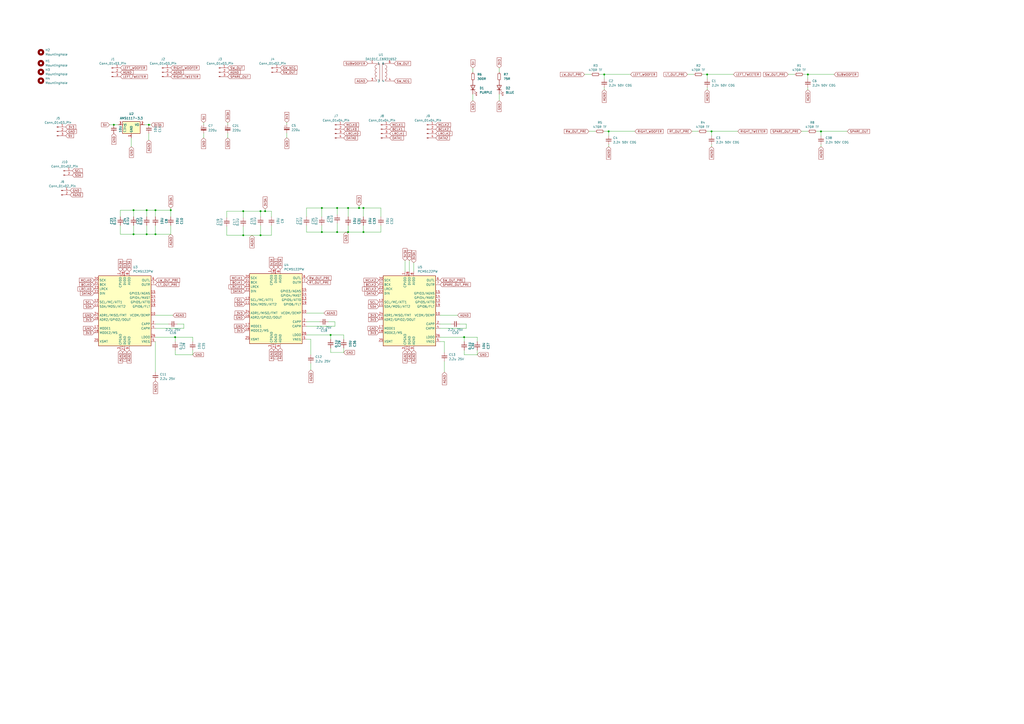
<source format=kicad_sch>
(kicad_sch (version 20231120) (generator "eeschema") (generator_version "8.0")
  (paper "A2")
  (junction (at 85.09 121.92))
  (junction (at 151.13 122.5027))
  (junction (at 353.06 76.2))
  (junction (at 141.0993 136.4727))
  (junction (at 151.13 136.4727))
  (junction (at 90.17 121.92))
  (junction (at 269.24 195.58))
  (junction (at 66.04 72.39))
  (junction (at 153.7993 122.5027))
  (junction (at 201.93 120.65))
  (junction (at 410.21 43.18))
  (junction (at 90.17 135.89))
  (junction (at 210.82 134.62))
  (junction (at 476.25 76.2))
  (junction (at 86.36 72.39))
  (junction (at 195.58 134.62))
  (junction (at 210.82 120.65))
  (junction (at 77.47 121.92))
  (junction (at 186.69 134.62))
  (junction (at 186.69 120.65))
  (junction (at 195.58 120.65))
  (junction (at 141.0993 122.5027))
  (junction (at 101.6 195.58))
  (junction (at 99.06 121.92))
  (junction (at 77.47 135.89))
  (junction (at 201.93 134.62))
  (junction (at 412.75 76.2))
  (junction (at 191.77 194.31))
  (junction (at 208.28 120.65))
  (junction (at 350.52 43.18))
  (junction (at 85.09 135.89))
  (junction (at 468.63 43.18))
  (wire (pts (xy 66.04 72.39) (xy 68.58 72.39)))
  (wire (pts (xy 276.86 205.74) (xy 276.86 203.2)))
  (wire (pts (xy 410.21 52.07) (xy 410.21 50.8)))
  (wire (pts (xy 255.27 195.58) (xy 269.24 195.58)))
  (wire (pts (xy 201.93 134.62) (xy 210.82 134.62)))
  (wire (pts (xy 427.99 76.2) (xy 412.75 76.2)))
  (wire (pts (xy 177.8 194.31) (xy 191.77 194.31)))
  (wire (pts (xy 350.52 45.72) (xy 350.52 43.18)))
  (wire (pts (xy 99.06 125.73) (xy 99.06 121.92)))
  (wire (pts (xy 157.48 122.5027) (xy 153.7993 122.5027)))
  (wire (pts (xy 131.5421 136.4727) (xy 131.5421 131.3569)))
  (wire (pts (xy 199.39 194.31) (xy 199.39 196.85)))
  (wire (pts (xy 177.8 181.61) (xy 187.96 181.61)))
  (wire (pts (xy 118.11 71.12) (xy 118.11 72.263)))
  (wire (pts (xy 153.7993 122.5027) (xy 151.13 122.5027)))
  (wire (pts (xy 131.5421 122.5027) (xy 131.5421 126.2769)))
  (wire (pts (xy 102.87 187.96) (xy 106.68 187.96)))
  (wire (pts (xy 186.69 130.81) (xy 186.69 134.62)))
  (wire (pts (xy 132.08 71.12) (xy 132.08 72.263)))
  (wire (pts (xy 353.06 85.09) (xy 353.06 83.82)))
  (wire (pts (xy 255.27 190.5) (xy 270.51 190.5)))
  (wire (pts (xy 77.47 135.89) (xy 69.85 135.89)))
  (wire (pts (xy 118.11 80.01) (xy 118.11 77.343)))
  (wire (pts (xy 90.17 121.92) (xy 99.06 121.92)))
  (wire (pts (xy 186.69 134.62) (xy 195.58 134.62)))
  (wire (pts (xy 208.28 120.65) (xy 201.93 120.65)))
  (wire (pts (xy 186.69 134.62) (xy 177.8 134.62)))
  (wire (pts (xy 90.17 198.12) (xy 90.17 215.9)))
  (wire (pts (xy 195.58 120.65) (xy 195.58 124.46)))
  (wire (pts (xy 111.76 195.58) (xy 111.76 198.12)))
  (wire (pts (xy 473.71 76.2) (xy 476.25 76.2)))
  (wire (pts (xy 199.39 204.47) (xy 199.39 201.93)))
  (wire (pts (xy 274.32 58.42) (xy 274.32 54.61)))
  (wire (pts (xy 90.17 135.89) (xy 99.06 135.89)))
  (wire (pts (xy 468.63 52.07) (xy 468.63 50.8)))
  (wire (pts (xy 85.09 121.92) (xy 77.47 121.92)))
  (wire (pts (xy 85.09 121.92) (xy 85.09 125.73)))
  (wire (pts (xy 190.5 186.69) (xy 194.31 186.69)))
  (wire (pts (xy 457.2 43.18) (xy 461.01 43.18)))
  (wire (pts (xy 86.36 72.39) (xy 83.82 72.39)))
  (wire (pts (xy 191.77 194.31) (xy 191.77 196.85)))
  (wire (pts (xy 368.3 76.2) (xy 353.06 76.2)))
  (wire (pts (xy 269.24 195.58) (xy 276.86 195.58)))
  (wire (pts (xy 141.0993 122.5027) (xy 131.5421 122.5027)))
  (wire (pts (xy 257.81 209.55) (xy 257.81 215.9)))
  (wire (pts (xy 234.95 151.13) (xy 234.95 157.48)))
  (wire (pts (xy 141.0993 122.5027) (xy 141.0993 126.3127)))
  (wire (pts (xy 132.08 80.01) (xy 132.08 77.343)))
  (wire (pts (xy 106.68 187.96) (xy 106.68 190.5)))
  (wire (pts (xy 186.69 120.65) (xy 177.8 120.65)))
  (wire (pts (xy 201.93 125.73) (xy 201.93 120.65)))
  (wire (pts (xy 210.82 125.73) (xy 210.82 120.65)))
  (wire (pts (xy 90.17 130.81) (xy 90.17 135.89)))
  (wire (pts (xy 339.09 43.18) (xy 342.9 43.18)))
  (wire (pts (xy 210.82 134.62) (xy 220.98 134.62)))
  (wire (pts (xy 412.75 78.74) (xy 412.75 76.2)))
  (wire (pts (xy 180.34 210.82) (xy 180.34 214.63)))
  (wire (pts (xy 237.49 151.13) (xy 237.49 157.48)))
  (wire (pts (xy 90.17 125.73) (xy 90.17 121.92)))
  (wire (pts (xy 186.69 120.65) (xy 186.69 125.73)))
  (wire (pts (xy 201.93 130.81) (xy 201.93 134.62)))
  (wire (pts (xy 101.6 205.74) (xy 101.6 203.2)))
  (wire (pts (xy 77.47 121.92) (xy 69.85 121.92)))
  (wire (pts (xy 412.75 85.09) (xy 412.75 83.82)))
  (wire (pts (xy 195.58 134.62) (xy 201.93 134.62)))
  (wire (pts (xy 151.13 122.5027) (xy 151.13 125.73)))
  (wire (pts (xy 483.87 43.18) (xy 468.63 43.18)))
  (wire (pts (xy 69.85 135.89) (xy 69.85 130.81)))
  (wire (pts (xy 491.49 76.2) (xy 476.25 76.2)))
  (wire (pts (xy 141.0993 136.4727) (xy 151.13 136.4727)))
  (wire (pts (xy 347.98 43.18) (xy 350.52 43.18)))
  (wire (pts (xy 191.77 194.31) (xy 199.39 194.31)))
  (wire (pts (xy 85.09 135.89) (xy 77.47 135.89)))
  (wire (pts (xy 195.58 129.54) (xy 195.58 134.62)))
  (wire (pts (xy 210.82 130.81) (xy 210.82 134.62)))
  (wire (pts (xy 106.68 190.5) (xy 90.17 190.5)))
  (wire (pts (xy 353.06 78.74) (xy 353.06 76.2)))
  (wire (pts (xy 111.76 205.74) (xy 111.76 203.2)))
  (wire (pts (xy 177.8 120.65) (xy 177.8 125.73)))
  (wire (pts (xy 177.8 196.85) (xy 180.34 196.85)))
  (wire (pts (xy 141.0993 131.3927) (xy 141.0993 136.4727)))
  (wire (pts (xy 407.67 43.18) (xy 410.21 43.18)))
  (wire (pts (xy 464.82 76.2) (xy 468.63 76.2)))
  (wire (pts (xy 194.31 186.69) (xy 194.31 189.23)))
  (wire (pts (xy 63.5 72.39) (xy 66.04 72.39)))
  (wire (pts (xy 141.0993 122.5027) (xy 151.13 122.5027)))
  (wire (pts (xy 210.82 120.65) (xy 220.98 120.65)))
  (wire (pts (xy 341.63 76.2) (xy 345.44 76.2)))
  (wire (pts (xy 208.28 120.65) (xy 208.28 119.38)))
  (wire (pts (xy 365.76 43.18) (xy 350.52 43.18)))
  (wire (pts (xy 97.79 187.96) (xy 90.17 187.96)))
  (wire (pts (xy 99.06 130.81) (xy 99.06 135.89)))
  (wire (pts (xy 398.78 43.18) (xy 402.59 43.18)))
  (wire (pts (xy 180.34 196.85) (xy 180.34 205.74)))
  (wire (pts (xy 157.48 130.81) (xy 157.48 136.4727)))
  (wire (pts (xy 153.7993 122.5027) (xy 153.7993 121.2327)))
  (wire (pts (xy 201.93 120.65) (xy 195.58 120.65)))
  (wire (pts (xy 401.32 76.2) (xy 405.13 76.2)))
  (wire (pts (xy 425.45 43.18) (xy 410.21 43.18)))
  (wire (pts (xy 157.48 136.4727) (xy 151.13 136.4727)))
  (wire (pts (xy 269.24 205.74) (xy 269.24 203.2)))
  (wire (pts (xy 77.47 130.81) (xy 77.47 135.89)))
  (wire (pts (xy 77.47 121.92) (xy 77.47 125.73)))
  (wire (pts (xy 274.32 39.37) (xy 274.32 41.91)))
  (wire (pts (xy 157.48 125.73) (xy 157.48 122.5027)))
  (wire (pts (xy 166.37 79.883) (xy 166.37 77.216)))
  (wire (pts (xy 220.98 125.73) (xy 220.98 120.65)))
  (wire (pts (xy 466.09 43.18) (xy 468.63 43.18)))
  (wire (pts (xy 101.6 195.58) (xy 101.6 198.12)))
  (wire (pts (xy 269.24 195.58) (xy 269.24 198.12)))
  (wire (pts (xy 266.7 187.96) (xy 270.51 187.96)))
  (wire (pts (xy 410.21 76.2) (xy 412.75 76.2)))
  (wire (pts (xy 194.31 189.23) (xy 177.8 189.23)))
  (wire (pts (xy 90.17 182.88) (xy 100.33 182.88)))
  (wire (pts (xy 76.2 85.09) (xy 76.2 80.01)))
  (wire (pts (xy 186.69 120.65) (xy 195.58 120.65)))
  (wire (pts (xy 85.09 130.81) (xy 85.09 135.89)))
  (wire (pts (xy 87.63 72.39) (xy 86.36 72.39)))
  (wire (pts (xy 220.98 130.81) (xy 220.98 134.62)))
  (wire (pts (xy 191.77 204.47) (xy 191.77 201.93)))
  (wire (pts (xy 476.25 85.09) (xy 476.25 83.82)))
  (wire (pts (xy 86.36 81.28) (xy 86.36 77.47)))
  (wire (pts (xy 410.21 45.72) (xy 410.21 43.18)))
  (wire (pts (xy 255.27 187.96) (xy 261.62 187.96)))
  (wire (pts (xy 255.27 198.12) (xy 257.81 198.12)))
  (wire (pts (xy 111.76 205.74) (xy 101.6 205.74)))
  (wire (pts (xy 85.09 121.92) (xy 90.17 121.92)))
  (wire (pts (xy 257.81 198.12) (xy 257.81 204.47)))
  (wire (pts (xy 240.03 152.4) (xy 240.03 157.48)))
  (wire (pts (xy 151.13 130.81) (xy 151.13 136.4727)))
  (wire (pts (xy 141.0993 136.4727) (xy 131.5421 136.4727)))
  (wire (pts (xy 350.52 76.2) (xy 353.06 76.2)))
  (wire (pts (xy 85.09 135.89) (xy 90.17 135.89)))
  (wire (pts (xy 185.42 186.69) (xy 177.8 186.69)))
  (wire (pts (xy 468.63 45.72) (xy 468.63 43.18)))
  (wire (pts (xy 69.85 121.92) (xy 69.85 125.73)))
  (wire (pts (xy 350.52 52.07) (xy 350.52 50.8)))
  (wire (pts (xy 270.51 187.96) (xy 270.51 190.5)))
  (wire (pts (xy 199.39 204.47) (xy 191.77 204.47)))
  (wire (pts (xy 276.86 195.58) (xy 276.86 198.12)))
  (wire (pts (xy 289.56 39.37) (xy 289.56 41.91)))
  (wire (pts (xy 90.17 195.58) (xy 101.6 195.58)))
  (wire (pts (xy 99.06 121.92) (xy 99.06 120.65)))
  (wire (pts (xy 208.28 120.65) (xy 210.82 120.65)))
  (wire (pts (xy 476.25 78.74) (xy 476.25 76.2)))
  (wire (pts (xy 166.37 70.993) (xy 166.37 72.136)))
  (wire (pts (xy 255.27 182.88) (xy 265.43 182.88)))
  (wire (pts (xy 289.56 58.42) (xy 289.56 54.61)))
  (wire (pts (xy 276.86 205.74) (xy 269.24 205.74)))
  (wire (pts (xy 177.8 134.62) (xy 177.8 130.81)))
  (wire (pts (xy 101.6 195.58) (xy 111.76 195.58)))
  (global_label "AGND" (shape input) (at 240.03 203.2 270) (property "Intersheetrefs" "${INTERSHEET_REFS}" (effects (hide yes))))
  (global_label "MCLK1" (shape input) (at 226.06 72.39 0) (property "Intersheetrefs" "${INTERSHEET_REFS}" (effects (hide yes))))
  (global_label "AGND" (shape input) (at 410.21 52.07 270) (property "Intersheetrefs" "${INTERSHEET_REFS}" (effects (hide yes))))
  (global_label "LRCLK1" (shape input) (at 226.06 77.47 0) (property "Intersheetrefs" "${INTERSHEET_REFS}" (effects (hide yes))))
  (global_label "3V3A" (shape input) (at 99.06 120.65 90) (property "Intersheetrefs" "${INTERSHEET_REFS}" (effects (hide yes))))
  (global_label "AGND" (shape input) (at 69.85 41.91 0) (property "Intersheetrefs" "${INTERSHEET_REFS}" (effects (hide yes))))
  (global_label "SPARE_OUT" (shape input) (at 491.49 76.2 0) (property "Intersheetrefs" "${INTERSHEET_REFS}" (effects (hide yes))))
  (global_label "BCLK1" (shape input) (at 142.24 163.83 180) (property "Intersheetrefs" "${INTERSHEET_REFS}" (effects (hide yes))))
  (global_label "SCL" (shape input) (at 41.91 99.06 0) (property "Intersheetrefs" "${INTERSHEET_REFS}" (effects (hide yes))))
  (global_label "SPARE_OUT" (shape input) (at 132.08 44.45 0) (property "Intersheetrefs" "${INTERSHEET_REFS}" (effects (hide yes))))
  (global_label "DATA1" (shape input) (at 142.24 168.91 180) (property "Intersheetrefs" "${INTERSHEET_REFS}" (effects (hide yes))))
  (global_label "AGND" (shape input) (at 353.06 85.09 270) (property "Intersheetrefs" "${INTERSHEET_REFS}" (effects (hide yes))))
  (global_label "3V3A" (shape input) (at 87.63 72.39 0) (property "Intersheetrefs" "${INTERSHEET_REFS}" (effects (hide yes))))
  (global_label "RIGHT_TWEETER" (shape input) (at 99.06 44.45 0) (property "Intersheetrefs" "${INTERSHEET_REFS}" (effects (hide yes))))
  (global_label "AGND" (shape input) (at 74.93 203.2 270) (property "Intersheetrefs" "${INTERSHEET_REFS}" (effects (hide yes))))
  (global_label "AGND" (shape input) (at 86.36 81.28 270) (property "Intersheetrefs" "${INTERSHEET_REFS}" (effects (hide yes))))
  (global_label "LRCLK2" (shape input) (at 252.73 77.47 0) (property "Intersheetrefs" "${INTERSHEET_REFS}" (effects (hide yes))))
  (global_label "5V" (shape input) (at 38.1 78.74 0) (property "Intersheetrefs" "${INTERSHEET_REFS}" (effects (hide yes))))
  (global_label "SW_NEG" (shape input) (at 228.6 46.99 0) (property "Intersheetrefs" "${INTERSHEET_REFS}" (effects (hide yes))))
  (global_label "RW_OUT_PRE" (shape input) (at 177.8 161.29 0) (property "Intersheetrefs" "${INTERSHEET_REFS}" (effects (hide yes))))
  (global_label "LW_OUT_PRE" (shape input) (at 339.09 43.18 180) (property "Intersheetrefs" "${INTERSHEET_REFS}" (effects (hide yes))))
  (global_label "3V3" (shape input) (at 219.71 193.04 180) (property "Intersheetrefs" "${INTERSHEET_REFS}" (effects (hide yes))))
  (global_label "AGND" (shape input) (at 213.36 46.99 180) (property "Intersheetrefs" "${INTERSHEET_REFS}" (effects (hide yes))))
  (global_label "3V3A" (shape input) (at 234.95 151.13 90) (property "Intersheetrefs" "${INTERSHEET_REFS}" (effects (hide yes))))
  (global_label "3V3" (shape input) (at 160.02 156.21 90) (property "Intersheetrefs" "${INTERSHEET_REFS}" (effects (hide yes))))
  (global_label "GND" (shape input) (at 38.1 76.2 0) (property "Intersheetrefs" "${INTERSHEET_REFS}" (effects (hide yes))))
  (global_label "GND" (shape input) (at 289.56 58.42 270) (property "Intersheetrefs" "${INTERSHEET_REFS}" (effects (hide yes))))
  (global_label "GND" (shape input) (at 132.08 80.01 270) (property "Intersheetrefs" "${INTERSHEET_REFS}" (effects (hide yes))))
  (global_label "LEFT_TWEETER" (shape input) (at 69.85 44.45 0) (property "Intersheetrefs" "${INTERSHEET_REFS}" (effects (hide yes))))
  (global_label "GND" (shape input) (at 54.61 190.5 180) (property "Intersheetrefs" "${INTERSHEET_REFS}" (effects (hide yes))))
  (global_label "GND" (shape input) (at 142.24 184.15 180) (property "Intersheetrefs" "${INTERSHEET_REFS}" (effects (hide yes))))
  (global_label "MCLK0" (shape input) (at 199.39 72.39 0) (property "Intersheetrefs" "${INTERSHEET_REFS}" (effects (hide yes))))
  (global_label "RIGHT_WOOFER" (shape input) (at 368.3 76.2 0) (property "Intersheetrefs" "${INTERSHEET_REFS}" (effects (hide yes))))
  (global_label "5V" (shape input) (at 274.32 39.37 90) (property "Intersheetrefs" "${INTERSHEET_REFS}" (effects (hide yes))))
  (global_label "AGND" (shape input) (at 257.81 215.9 270) (property "Intersheetrefs" "${INTERSHEET_REFS}" (effects (hide yes))))
  (global_label "GND" (shape input) (at 199.39 204.47 0) (property "Intersheetrefs" "${INTERSHEET_REFS}" (effects (hide yes))))
  (global_label "3V3" (shape input) (at 54.61 185.42 180) (property "Intersheetrefs" "${INTERSHEET_REFS}" (effects (hide yes))))
  (global_label "3V3" (shape input) (at 208.28 119.38 90) (property "Intersheetrefs" "${INTERSHEET_REFS}" (effects (hide yes))))
  (global_label "AGND" (shape input) (at 412.75 85.09 270) (property "Intersheetrefs" "${INTERSHEET_REFS}" (effects (hide yes))))
  (global_label "AGND" (shape input) (at 234.95 203.2 270) (property "Intersheetrefs" "${INTERSHEET_REFS}" (effects (hide yes))))
  (global_label "GND" (shape input) (at 66.04 77.47 270) (property "Intersheetrefs" "${INTERSHEET_REFS}" (effects (hide yes))))
  (global_label "MCLK0" (shape input) (at 54.61 162.56 180) (property "Intersheetrefs" "${INTERSHEET_REFS}" (effects (hide yes))))
  (global_label "AGND" (shape input) (at 100.33 182.88 0) (property "Intersheetrefs" "${INTERSHEET_REFS}" (effects (hide yes))))
  (global_label "GND" (shape input) (at 160.02 201.93 270) (property "Intersheetrefs" "${INTERSHEET_REFS}" (effects (hide yes))))
  (global_label "3V3" (shape input) (at 166.37 70.993 90) (property "Intersheetrefs" "${INTERSHEET_REFS}" (effects (hide yes))))
  (global_label "GND" (shape input) (at 166.37 79.883 270) (property "Intersheetrefs" "${INTERSHEET_REFS}" (effects (hide yes))))
  (global_label "GND" (shape input) (at 72.39 203.2 270) (property "Intersheetrefs" "${INTERSHEET_REFS}" (effects (hide yes))))
  (global_label "GND" (shape input) (at 274.32 58.42 270) (property "Intersheetrefs" "${INTERSHEET_REFS}" (effects (hide yes))))
  (global_label "MCLK1" (shape input) (at 142.24 161.29 180) (property "Intersheetrefs" "${INTERSHEET_REFS}" (effects (hide yes))))
  (global_label "AGND" (shape input) (at 162.56 201.93 270) (property "Intersheetrefs" "${INTERSHEET_REFS}" (effects (hide yes))))
  (global_label "3V3" (shape input) (at 219.71 182.88 180) (property "Intersheetrefs" "${INTERSHEET_REFS}" (effects (hide yes))))
  (global_label "LT_OUT_PRE" (shape input) (at 398.78 43.18 180) (property "Intersheetrefs" "${INTERSHEET_REFS}" (effects (hide yes))))
  (global_label "SUBWOOFER" (shape input) (at 483.87 43.18 0) (property "Intersheetrefs" "${INTERSHEET_REFS}" (effects (hide yes))))
  (global_label "GND" (shape input) (at 219.71 190.5 180) (property "Intersheetrefs" "${INTERSHEET_REFS}" (effects (hide yes))))
  (global_label "SW_OUT_PRE" (shape input) (at 457.2 43.18 180) (property "Intersheetrefs" "${INTERSHEET_REFS}" (effects (hide yes))))
  (global_label "DATA0" (shape input) (at 199.39 80.01 0) (property "Intersheetrefs" "${INTERSHEET_REFS}" (effects (hide yes))))
  (global_label "SDA" (shape input) (at 142.24 176.53 180) (property "Intersheetrefs" "${INTERSHEET_REFS}" (effects (hide yes))))
  (global_label "GND" (shape input) (at 200.66 134.62 270) (property "Intersheetrefs" "${INTERSHEET_REFS}" (effects (hide yes))))
  (global_label "MCLK2" (shape input) (at 219.71 162.56 180) (property "Intersheetrefs" "${INTERSHEET_REFS}" (effects (hide yes))))
  (global_label "SCL" (shape input) (at 219.71 175.26 180) (property "Intersheetrefs" "${INTERSHEET_REFS}" (effects (hide yes))))
  (global_label "3V3A" (shape input) (at 153.7993 121.2327 90) (property "Intersheetrefs" "${INTERSHEET_REFS}" (effects (hide yes))))
  (global_label "SCL" (shape input) (at 54.61 175.26 180) (property "Intersheetrefs" "${INTERSHEET_REFS}" (effects (hide yes))))
  (global_label "3V3" (shape input) (at 72.39 157.48 90) (property "Intersheetrefs" "${INTERSHEET_REFS}" (effects (hide yes))))
  (global_label "AGND" (shape input) (at 180.34 214.63 270) (property "Intersheetrefs" "${INTERSHEET_REFS}" (effects (hide yes))))
  (global_label "BCLK2" (shape input) (at 219.71 165.1 180) (property "Intersheetrefs" "${INTERSHEET_REFS}" (effects (hide yes))))
  (global_label "AGND" (shape input) (at 99.06 135.89 270) (property "Intersheetrefs" "${INTERSHEET_REFS}" (effects (hide yes))))
  (global_label "3V3" (shape input) (at 54.61 193.04 180) (property "Intersheetrefs" "${INTERSHEET_REFS}" (effects (hide yes))))
  (global_label "GND" (shape input) (at 40.64 110.49 0) (property "Intersheetrefs" "${INTERSHEET_REFS}" (effects (hide yes))))
  (global_label "AGND" (shape input) (at 350.52 52.07 270) (property "Intersheetrefs" "${INTERSHEET_REFS}" (effects (hide yes))))
  (global_label "RIGHT_TWEETER" (shape input) (at 427.99 76.2 0) (property "Intersheetrefs" "${INTERSHEET_REFS}" (effects (hide yes))))
  (global_label "LW_OUT_PRE" (shape input) (at 90.17 162.56 0) (property "Intersheetrefs" "${INTERSHEET_REFS}" (effects (hide yes))))
  (global_label "DATA0" (shape input) (at 54.61 170.18 180) (property "Intersheetrefs" "${INTERSHEET_REFS}" (effects (hide yes))))
  (global_label "3V3" (shape input) (at 142.24 181.61 180) (property "Intersheetrefs" "${INTERSHEET_REFS}" (effects (hide yes))))
  (global_label "3V3" (shape input) (at 38.1 73.66 0) (property "Intersheetrefs" "${INTERSHEET_REFS}" (effects (hide yes))))
  (global_label "BCLK0" (shape input) (at 54.61 165.1 180) (property "Intersheetrefs" "${INTERSHEET_REFS}" (effects (hide yes))))
  (global_label "AGND" (shape input) (at 157.48 201.93 270) (property "Intersheetrefs" "${INTERSHEET_REFS}" (effects (hide yes))))
  (global_label "3V3" (shape input) (at 289.56 39.37 90) (property "Intersheetrefs" "${INTERSHEET_REFS}" (effects (hide yes))))
  (global_label "GND" (shape input) (at 142.24 189.23 180) (property "Intersheetrefs" "${INTERSHEET_REFS}" (effects (hide yes))))
  (global_label "LRCLK0" (shape input) (at 199.39 77.47 0) (property "Intersheetrefs" "${INTERSHEET_REFS}" (effects (hide yes))))
  (global_label "AGND" (shape input) (at 99.06 41.91 0) (property "Intersheetrefs" "${INTERSHEET_REFS}" (effects (hide yes))))
  (global_label "RT_OUT_PRE" (shape input) (at 177.8 163.83 0) (property "Intersheetrefs" "${INTERSHEET_REFS}" (effects (hide yes))))
  (global_label "AGND" (shape input) (at 146.1793 136.4727 270) (property "Intersheetrefs" "${INTERSHEET_REFS}" (effects (hide yes))))
  (global_label "SDA" (shape input) (at 41.91 101.6 0) (property "Intersheetrefs" "${INTERSHEET_REFS}" (effects (hide yes))))
  (global_label "AGND" (shape input) (at 132.08 41.91 0) (property "Intersheetrefs" "${INTERSHEET_REFS}" (effects (hide yes))))
  (global_label "BCLK1" (shape input) (at 226.06 74.93 0) (property "Intersheetrefs" "${INTERSHEET_REFS}" (effects (hide yes))))
  (global_label "3V3A" (shape input) (at 132.08 71.12 90) (property "Intersheetrefs" "${INTERSHEET_REFS}" (effects (hide yes))))
  (global_label "AGND" (shape input) (at 69.85 203.2 270) (property "Intersheetrefs" "${INTERSHEET_REFS}" (effects (hide yes))))
  (global_label "SW_OUT" (shape input) (at 132.08 39.37 0) (property "Intersheetrefs" "${INTERSHEET_REFS}" (effects (hide yes))))
  (global_label "3V3" (shape input) (at 142.24 191.77 180) (property "Intersheetrefs" "${INTERSHEET_REFS}" (effects (hide yes))))
  (global_label "AGND" (shape input) (at 90.17 220.98 270) (property "Intersheetrefs" "${INTERSHEET_REFS}" (effects (hide yes))))
  (global_label "LEFT_WOOFER" (shape input) (at 69.85 39.37 0) (property "Intersheetrefs" "${INTERSHEET_REFS}" (effects (hide yes))))
  (global_label "AGND" (shape input) (at 40.64 113.03 0) (property "Intersheetrefs" "${INTERSHEET_REFS}" (effects (hide yes))))
  (global_label "3V3" (shape input) (at 219.71 185.42 180) (property "Intersheetrefs" "${INTERSHEET_REFS}" (effects (hide yes))))
  (global_label "DATA2" (shape input) (at 252.73 80.01 0) (property "Intersheetrefs" "${INTERSHEET_REFS}" (effects (hide yes))))
  (global_label "3V3A" (shape input) (at 74.93 157.48 90) (property "Intersheetrefs" "${INTERSHEET_REFS}" (effects (hide yes))))
  (global_label "SDA" (shape input) (at 54.61 177.8 180) (property "Intersheetrefs" "${INTERSHEET_REFS}" (effects (hide yes))))
  (global_label "GND" (shape input) (at 276.86 205.74 0) (property "Intersheetrefs" "${INTERSHEET_REFS}" (effects (hide yes))))
  (global_label "DATA1" (shape input) (at 226.06 80.01 0) (property "Intersheetrefs" "${INTERSHEET_REFS}" (effects (hide yes))))
  (global_label "SPARE_OUT_PRE" (shape input) (at 464.82 76.2 180) (property "Intersheetrefs" "${INTERSHEET_REFS}" (effects (hide yes))))
  (global_label "BCLK0" (shape input) (at 199.39 74.93 0) (property "Intersheetrefs" "${INTERSHEET_REFS}" (effects (hide yes))))
  (global_label "BCLK2" (shape input) (at 252.73 74.93 0) (property "Intersheetrefs" "${INTERSHEET_REFS}" (effects (hide yes))))
  (global_label "GND" (shape input) (at 111.76 205.74 0) (property "Intersheetrefs" "${INTERSHEET_REFS}" (effects (hide yes))))
  (global_label "GND" (shape input) (at 237.49 203.2 270) (property "Intersheetrefs" "${INTERSHEET_REFS}" (effects (hide yes))))
  (global_label "SW_NEG" (shape input) (at 162.56 39.37 0) (property "Intersheetrefs" "${INTERSHEET_REFS}" (effects (hide yes))))
  (global_label "SW_OUT_PRE" (shape input) (at 255.27 162.56 0) (property "Intersheetrefs" "${INTERSHEET_REFS}" (effects (hide yes))))
  (global_label "LRCLK1" (shape input) (at 142.24 166.37 180) (property "Intersheetrefs" "${INTERSHEET_REFS}" (effects (hide yes))))
  (global_label "GND" (shape input) (at 76.2 85.09 270) (property "Intersheetrefs" "${INTERSHEET_REFS}" (effects (hide yes))))
  (global_label "SPARE_OUT_PRE" (shape input) (at 255.27 165.1 0) (property "Intersheetrefs" "${INTERSHEET_REFS}" (effects (hide yes))))
  (global_label "SW_OUT" (shape input) (at 228.6 36.83 0) (property "Intersheetrefs" "${INTERSHEET_REFS}" (effects (hide yes))))
  (global_label "5V" (shape input) (at 63.5 72.39 180) (property "Intersheetrefs" "${INTERSHEET_REFS}" (effects (hide yes))))
  (global_label "AGND" (shape input) (at 476.25 85.09 270) (property "Intersheetrefs" "${INTERSHEET_REFS}" (effects (hide yes))))
  (global_label "LT_OUT_PRE" (shape input) (at 90.17 165.1 0) (property "Intersheetrefs" "${INTERSHEET_REFS}" (effects (hide yes))))
  (global_label "GND" (shape input) (at 118.11 80.01 270) (property "Intersheetrefs" "${INTERSHEET_REFS}" (effects (hide yes))))
  (global_label "LEFT_TWEETER" (shape input) (at 425.45 43.18 0) (property "Intersheetrefs" "${INTERSHEET_REFS}" (effects (hide yes))))
  (global_label "3V3A" (shape input) (at 240.03 152.4 90) (property "Intersheetrefs" "${INTERSHEET_REFS}" (effects (hide yes))))
  (global_label "AGND" (shape input) (at 187.96 181.61 0) (property "Intersheetrefs" "${INTERSHEET_REFS}" (effects (hide yes))))
  (global_label "AGND" (shape input) (at 468.63 52.07 270) (property "Intersheetrefs" "${INTERSHEET_REFS}" (effects (hide yes))))
  (global_label "AGND" (shape input) (at 265.43 182.88 0) (property "Intersheetrefs" "${INTERSHEET_REFS}" (effects (hide yes))))
  (global_label "SCL" (shape input) (at 142.24 173.99 180) (property "Intersheetrefs" "${INTERSHEET_REFS}" (effects (hide yes))))
  (global_label "LRCLK0" (shape input) (at 54.61 167.64 180) (property "Intersheetrefs" "${INTERSHEET_REFS}" (effects (hide yes))))
  (global_label "5V" (shape input) (at 118.11 71.12 90) (property "Intersheetrefs" "${INTERSHEET_REFS}" (effects (hide yes))))
  (global_label "SW_OUT" (shape input) (at 162.56 41.91 0) (property "Intersheetrefs" "${INTERSHEET_REFS}" (effects (hide yes))))
  (global_label "RT_OUT_PRE" (shape input) (at 401.32 76.2 180) (property "Intersheetrefs" "${INTERSHEET_REFS}" (effects (hide yes))))
  (global_label "RIGHT_WOOFER" (shape input) (at 99.06 39.37 0) (property "Intersheetrefs" "${INTERSHEET_REFS}" (effects (hide yes))))
  (global_label "SDA" (shape input) (at 219.71 177.8 180) (property "Intersheetrefs" "${INTERSHEET_REFS}" (effects (hide yes))))
  (global_label "RW_OUT_PRE" (shape input) (at 341.63 76.2 180) (property "Intersheetrefs" "${INTERSHEET_REFS}" (effects (hide yes))))
  (global_label "SUBWOOFER" (shape input) (at 213.36 36.83 180) (property "Intersheetrefs" "${INTERSHEET_REFS}" (effects (hide yes))))
  (global_label "3V3A" (shape input) (at 157.48 156.21 90) (property "Intersheetrefs" "${INTERSHEET_REFS}" (effects (hide yes))))
  (global_label "3V3" (shape input) (at 237.49 151.13 90) (property "Intersheetrefs" "${INTERSHEET_REFS}" (effects (hide yes))))
  (global_label "DATA2" (shape input) (at 219.71 170.18 180) (property "Intersheetrefs" "${INTERSHEET_REFS}" (effects (hide yes))))
  (global_label "MCLK2" (shape input) (at 252.73 72.39 0) (property "Intersheetrefs" "${INTERSHEET_REFS}" (effects (hide yes))))
  (global_label "3V3A" (shape input) (at 69.85 157.48 90) (property "Intersheetrefs" "${INTERSHEET_REFS}" (effects (hide yes))))
  (global_label "LEFT_WOOFER" (shape input) (at 365.76 43.18 0) (property "Intersheetrefs" "${INTERSHEET_REFS}" (effects (hide yes))))
  (global_label "GND" (shape input) (at 54.61 182.88 180) (property "Intersheetrefs" "${INTERSHEET_REFS}" (effects (hide yes))))
  (global_label "LRCLK2" (shape input) (at 219.71 167.64 180) (property "Intersheetrefs" "${INTERSHEET_REFS}" (effects (hide yes))))
  (global_label "3V3A" (shape input) (at 162.56 156.21 90) (property "Intersheetrefs" "${INTERSHEET_REFS}" (effects (hide yes))))
  (symbol (lib_id "Device:LED") (at 289.56 50.8 90) (unit 1)
    (property "Reference" "D2" (at 293.37 51.1174 90) (effects (justify right)))
    (property "Value" "BLUE" (at 293.37 53.6574 90) (effects (justify right)))
    (property "Footprint" "Diode_SMD:D_0805_2012Metric" (effects (hide yes)))
    (property "Description" "Light emitting diode" (effects (hide yes)))
  )
  (symbol (lib_id "Device:R_Small") (at 407.67 76.2 90) (unit 1)
    (property "Reference" "R4" (at 407.67 71.12 90))
    (property "Value" "470R TF" (at 407.67 73.66 90))
    (property "Footprint" "Resistor_SMD:R_0805_2012Metric_Pad1.20x1.40mm_HandSolder" (effects (hide yes)))
    (property "Description" "Resistor, small symbol" (effects (hide yes)))
    (property "Mouser" "603-RT0805FRE07470RL" (effects (hide yes)))
  )
  (symbol (lib_id "Connector:Conn_01x02_Pin") (at 157.48 39.37 0) (unit 1)
    (property "Reference" "J4" (at 158.115 34.29 0))
    (property "Value" "Conn_01x02_Pin" (at 158.115 36.83 0))
    (property "Footprint" "Connector_JST:JST_PH_B2B-PH-K_1x02_P2.00mm_Vertical" (effects (hide yes)))
    (property "Description" "Generic connector, single row, 01x02, script generated" (effects (hide yes)))
  )
  (symbol (lib_id "Device:C_Small") (at 476.25 81.28 180) (unit 1)
    (property "Reference" "C38" (at 478.79 80.0035 0) (effects (justify right)))
    (property "Value" "2.2n 50V C0G" (at 478.79 82.5435 0) (effects (justify right)))
    (property "Footprint" "Capacitor_SMD:C_0805_2012Metric_Pad1.18x1.45mm_HandSolder" (effects (hide yes)))
    (property "Description" "Unpolarized capacitor, small symbol" (effects (hide yes)))
  )
  (symbol (lib_id "easyeda2kicad:DA101C_C6931652") (at 220.98 41.91 0) (unit 1)
    (property "Reference" "U1" (at 220.9846 31.75 0))
    (property "Value" "DA101C_C6931652" (at 220.9846 34.29 0))
    (property "Footprint" "easyeda2kicad:XFMR-TH_4P-L9.5-W9.0-P5.08-LS10.2_C9900096976" (effects (hide yes)))
    (property "LCSC Part" "C6931652" (effects (hide yes)))
  )
  (symbol (lib_id "Device:C_Small") (at 199.39 199.39 0) (unit 1)
    (property "Reference" "C36" (at 205.74 199.3963 90))
    (property "Value" "10U" (at 203.2 199.3963 90))
    (property "Footprint" "Capacitor_SMD:C_1206_3216Metric_Pad1.33x1.80mm_HandSolder" (effects (hide yes)))
    (property "Description" "Unpolarized capacitor, small symbol" (effects (hide yes)))
  )
  (symbol (lib_id "Device:C_Small") (at 201.93 128.27 0) (unit 1)
    (property "Reference" "C31" (at 208.28 128.2763 90))
    (property "Value" "10U" (at 205.74 128.2763 90))
    (property "Footprint" "Capacitor_SMD:C_1206_3216Metric_Pad1.33x1.80mm_HandSolder" (effects (hide yes)))
    (property "Description" "Unpolarized capacitor, small symbol" (effects (hide yes)))
  )
  (symbol (lib_id "Mechanical:MountingHole") (at 23.7383 36.6689 0) (unit 1) (exclude_from_sim yes) (in_bom no)
    (property "Reference" "H1" (at 26.2783 35.3988 0) (effects (justify left)))
    (property "Value" "MountingHole" (at 26.2783 37.9388 0) (effects (justify left)))
    (property "Footprint" "MountingHole:MountingHole_3.2mm_M3_DIN965_Pad_TopOnly" (effects (hide yes)))
    (property "Description" "Mounting Hole without connection" (effects (hide yes)))
  )
  (symbol (lib_id "Mechanical:MountingHole") (at 23.7383 46.8289 0) (unit 1) (exclude_from_sim yes) (in_bom no)
    (property "Reference" "H4" (at 26.2783 45.5588 0) (effects (justify left)))
    (property "Value" "MountingHole" (at 26.2783 48.0988 0) (effects (justify left)))
    (property "Footprint" "MountingHole:MountingHole_3.2mm_M3_DIN965_Pad_TopOnly" (effects (hide yes)))
    (property "Description" "Mounting Hole without connection" (effects (hide yes)))
  )
  (symbol (lib_id "Connector:Conn_01x03_Pin") (at 127 41.91 0) (unit 1)
    (property "Reference" "J3" (at 127.635 34.29 0))
    (property "Value" "Conn_01x03_Pin" (at 127.635 36.83 0))
    (property "Footprint" "Connector_JST:JST_PH_B3B-PH-K_1x03_P2.00mm_Vertical" (effects (hide yes)))
    (property "Description" "Generic connector, single row, 01x03, script generated" (effects (hide yes)))
  )
  (symbol (lib_id "Connector:Conn_01x04_Pin") (at 247.65 74.93 0) (unit 1)
    (property "Reference" "J9" (at 248.285 67.31 0))
    (property "Value" "Conn_01x04_Pin" (at 248.285 69.85 0))
    (property "Footprint" "Connector_JST:JST_PH_B4B-PH-K_1x04_P2.00mm_Vertical" (effects (hide yes)))
    (property "Description" "Generic connector, single row, 01x04, script generated" (effects (hide yes)))
  )
  (symbol (lib_id "Connector:Conn_01x03_Pin") (at 64.77 41.91 0) (unit 1)
    (property "Reference" "J1" (at 65.405 34.29 0))
    (property "Value" "Conn_01x03_Pin" (at 65.405 36.83 0))
    (property "Footprint" "Connector_JST:JST_PH_B3B-PH-K_1x03_P2.00mm_Vertical" (effects (hide yes)))
    (property "Description" "Generic connector, single row, 01x03, script generated" (effects (hide yes)))
  )
  (symbol (lib_id "Device:C_Small") (at 177.8 128.27 0) (unit 1)
    (property "Reference" "C27" (at 172.72 128.27 90))
    (property "Value" "0.1U" (at 174.498 128.27 90))
    (property "Footprint" "Capacitor_SMD:C_0805_2012Metric_Pad1.18x1.45mm_HandSolder" (effects (hide yes)))
    (property "Description" "Unpolarized capacitor, small symbol" (effects (hide yes)))
  )
  (symbol (lib_id "Device:C_Polarized_Small") (at 132.08 74.803 0) (unit 1)
    (property "Reference" "C21" (at 134.747 72.9869 0) (effects (justify left)))
    (property "Value" "220u" (at 134.747 75.5269 0) (effects (justify left)))
    (property "Footprint" "Capacitor_THT:CP_Radial_D6.3mm_P2.50mm" (effects (hide yes)))
  )
  (symbol (lib_id "Device:C_Small") (at 350.52 48.26 180) (unit 1)
    (property "Reference" "C2" (at 353.06 46.9835 0) (effects (justify right)))
    (property "Value" "2.2n 50V C0G" (at 353.06 49.5235 0) (effects (justify right)))
    (property "Footprint" "Capacitor_SMD:C_0805_2012Metric_Pad1.18x1.45mm_HandSolder" (effects (hide yes)))
    (property "Description" "Unpolarized capacitor, small symbol" (effects (hide yes)))
    (property "Mouser" "791-0805N222F500CT" (effects (hide yes)))
  )
  (symbol (lib_id "Device:R_Small") (at 471.17 76.2 90) (unit 1)
    (property "Reference" "R8" (at 471.17 71.12 90))
    (property "Value" "470R TF" (at 471.17 73.66 90))
    (property "Footprint" "Resistor_SMD:R_0805_2012Metric_Pad1.20x1.40mm_HandSolder" (effects (hide yes)))
    (property "Description" "Resistor, small symbol" (effects (hide yes)))
    (property "Mouser" "603-RT0805FRE07470RL" (effects (hide yes)))
  )
  (symbol (lib_id "Device:C_Small") (at 468.63 48.26 180) (unit 1)
    (property "Reference" "C6" (at 471.17 46.9835 0) (effects (justify right)))
    (property "Value" "2.2n 50V C0G" (at 471.17 49.5235 0) (effects (justify right)))
    (property "Footprint" "Capacitor_SMD:C_0805_2012Metric_Pad1.18x1.45mm_HandSolder" (effects (hide yes)))
    (property "Description" "Unpolarized capacitor, small symbol" (effects (hide yes)))
  )
  (symbol (lib_id "Audio:PCM5122PW") (at 72.39 180.34 0) (unit 1)
    (property "Reference" "U3" (at 77.1241 154.94 0) (effects (justify left)))
    (property "Value" "PCM5122PW" (at 77.1241 157.48 0) (effects (justify left)))
    (property "Footprint" "Package_SO:TSSOP-28_4.4x9.7mm_P0.65mm" (effects (hide yes)))
    (property "Datasheet" "http://www.ti.com/lit/ds/symlink/pcm5122.pdf" (effects (hide yes)))
    (property "Description" "2VRMS DirectPath, 112dB Audio Stereo DAC with 32-bit, 384kHz PCM Interface, TSSOP-28" (effects (hide yes)))
    (property "Mouser" "595-PCM5142PWR" (effects (hide yes)))
  )
  (symbol (lib_id "Device:R_Small") (at 405.13 43.18 90) (unit 1)
    (property "Reference" "R2" (at 405.13 38.1 90))
    (property "Value" "470R TF" (at 405.13 40.64 90))
    (property "Footprint" "Resistor_SMD:R_0805_2012Metric_Pad1.20x1.40mm_HandSolder" (effects (hide yes)))
    (property "Description" "Resistor, small symbol" (effects (hide yes)))
    (property "Mouser" "603-RT0805FRE07470RL" (effects (hide yes)))
  )
  (symbol (lib_id "Device:R_Small") (at 463.55 43.18 90) (unit 1)
    (property "Reference" "R1" (at 463.55 38.1 90))
    (property "Value" "470R TF" (at 463.55 40.64 90))
    (property "Footprint" "Resistor_SMD:R_0805_2012Metric_Pad1.20x1.40mm_HandSolder" (effects (hide yes)))
    (property "Description" "Resistor, small symbol" (effects (hide yes)))
    (property "Mouser" "603-RT0805FRE07470RL" (effects (hide yes)))
  )
  (symbol (lib_id "Device:C_Small") (at 100.33 187.96 90) (unit 1)
    (property "Reference" "C16" (at 100.33 193.04 90))
    (property "Value" "2.2u 25V" (at 100.33 191.262 90))
    (property "Footprint" "Capacitor_SMD:C_0805_2012Metric_Pad1.18x1.45mm_HandSolder" (effects (hide yes)))
    (property "Description" "Unpolarized capacitor, small symbol" (effects (hide yes)))
  )
  (symbol (lib_id "Device:C_Polarized_Small") (at 118.11 74.803 0) (unit 1)
    (property "Reference" "C7" (at 120.777 72.9869 0) (effects (justify left)))
    (property "Value" "220u" (at 120.777 75.5269 0) (effects (justify left)))
    (property "Footprint" "Capacitor_THT:CP_Radial_D6.3mm_P2.50mm" (effects (hide yes)))
  )
  (symbol (lib_id "Device:C_Small") (at 131.5421 128.8169 0) (unit 1)
    (property "Reference" "C19" (at 126.4621 128.8169 90))
    (property "Value" "0.1U" (at 128.2401 128.8169 90))
    (property "Footprint" "Capacitor_SMD:C_0805_2012Metric_Pad1.18x1.45mm_HandSolder" (effects (hide yes)))
    (property "Description" "Unpolarized capacitor, small symbol" (effects (hide yes)))
  )
  (symbol (lib_id "Device:C_Small") (at 186.69 128.27 0) (unit 1)
    (property "Reference" "C25" (at 181.61 128.27 90))
    (property "Value" "0.1U" (at 183.388 128.27 90))
    (property "Footprint" "Capacitor_SMD:C_0805_2012Metric_Pad1.18x1.45mm_HandSolder" (effects (hide yes)))
    (property "Description" "Unpolarized capacitor, small symbol" (effects (hide yes)))
  )
  (symbol (lib_id "Device:C_Small") (at 195.58 127 0) (unit 1)
    (property "Reference" "C26" (at 190.5 127 90))
    (property "Value" "0.1U" (at 192.278 127 90))
    (property "Footprint" "Capacitor_SMD:C_0805_2012Metric_Pad1.18x1.45mm_HandSolder" (effects (hide yes)))
    (property "Description" "Unpolarized capacitor, small symbol" (effects (hide yes)))
  )
  (symbol (lib_id "Connector:Conn_01x02_Pin") (at 35.56 110.49 0) (unit 1)
    (property "Reference" "J6" (at 36.195 105.41 0))
    (property "Value" "Conn_01x02_Pin" (at 36.195 107.95 0))
    (property "Footprint" "Connector_PinHeader_2.54mm:PinHeader_1x02_P2.54mm_Vertical" (effects (hide yes)))
    (property "Description" "Generic connector, single row, 01x02, script generated" (effects (hide yes)))
  )
  (symbol (lib_id "Device:C_Small") (at 410.21 48.26 180) (unit 1)
    (property "Reference" "C1" (at 412.75 46.9835 0) (effects (justify right)))
    (property "Value" "2.2n 50V C0G" (at 412.75 49.5235 0) (effects (justify right)))
    (property "Footprint" "Capacitor_SMD:C_0805_2012Metric_Pad1.18x1.45mm_HandSolder" (effects (hide yes)))
    (property "Description" "Unpolarized capacitor, small symbol" (effects (hide yes)))
    (property "Mouser" "791-0805N222F500CT" (effects (hide yes)))
  )
  (symbol (lib_id "Device:C_Small") (at 269.24 200.66 180) (unit 1)
    (property "Reference" "C30" (at 274.32 200.66 90))
    (property "Value" "0.1U" (at 272.542 200.66 90))
    (property "Footprint" "Capacitor_SMD:C_0805_2012Metric_Pad1.18x1.45mm_HandSolder" (effects (hide yes)))
    (property "Description" "Unpolarized capacitor, small symbol" (effects (hide yes)))
  )
  (symbol (lib_id "Device:C_Small") (at 99.06 128.27 0) (unit 1)
    (property "Reference" "C10" (at 105.41 128.2763 90))
    (property "Value" "10U" (at 102.87 128.2763 90))
    (property "Footprint" "Capacitor_SMD:C_1206_3216Metric_Pad1.33x1.80mm_HandSolder" (effects (hide yes)))
    (property "Description" "Unpolarized capacitor, small symbol" (effects (hide yes)))
  )
  (symbol (lib_id "Device:C_Small") (at 220.98 128.27 0) (unit 1)
    (property "Reference" "C32" (at 227.33 128.2763 90))
    (property "Value" "10U" (at 224.79 128.2763 90))
    (property "Footprint" "Capacitor_SMD:C_1206_3216Metric_Pad1.33x1.80mm_HandSolder" (effects (hide yes)))
    (property "Description" "Unpolarized capacitor, small symbol" (effects (hide yes)))
  )
  (symbol (lib_id "Audio:PCM5122PW") (at 160.02 179.07 0) (unit 1)
    (property "Reference" "U4" (at 164.7541 153.67 0) (effects (justify left)))
    (property "Value" "PCM5122PW" (at 164.7541 156.21 0) (effects (justify left)))
    (property "Footprint" "Package_SO:TSSOP-28_4.4x9.7mm_P0.65mm" (effects (hide yes)))
    (property "Datasheet" "http://www.ti.com/lit/ds/symlink/pcm5122.pdf" (effects (hide yes)))
    (property "Description" "2VRMS DirectPath, 112dB Audio Stereo DAC with 32-bit, 384kHz PCM Interface, TSSOP-28" (effects (hide yes)))
    (property "Mouser" "595-PCM5142PWR" (effects (hide yes)))
  )
  (symbol (lib_id "Device:C_Small") (at 353.06 81.28 180) (unit 1)
    (property "Reference" "C4" (at 355.6 80.0035 0) (effects (justify right)))
    (property "Value" "2.2n 50V C0G" (at 355.6 82.5435 0) (effects (justify right)))
    (property "Footprint" "Capacitor_SMD:C_0805_2012Metric_Pad1.18x1.45mm_HandSolder" (effects (hide yes)))
    (property "Description" "Unpolarized capacitor, small symbol" (effects (hide yes)))
    (property "Mouser" "791-0805N222F500CT" (effects (hide yes)))
  )
  (symbol (lib_id "Device:C_Small") (at 85.09 128.27 0) (unit 1)
    (property "Reference" "C22" (at 80.01 128.27 90))
    (property "Value" "0.1U" (at 81.788 128.27 90))
    (property "Footprint" "Capacitor_SMD:C_0805_2012Metric_Pad1.18x1.45mm_HandSolder" (effects (hide yes)))
    (property "Description" "Unpolarized capacitor, small symbol" (effects (hide yes)))
  )
  (symbol (lib_id "Device:C_Small") (at 257.81 207.01 180) (unit 1)
    (property "Reference" "C13" (at 260.35 205.7335 0) (effects (justify right)))
    (property "Value" "2.2u 25V" (at 260.35 208.2735 0) (effects (justify right)))
    (property "Footprint" "Capacitor_SMD:C_1206_3216Metric_Pad1.33x1.80mm_HandSolder" (effects (hide yes)))
    (property "Description" "Unpolarized capacitor, small symbol" (effects (hide yes)))
  )
  (symbol (lib_id "Device:R_Small") (at 345.44 43.18 90) (unit 1)
    (property "Reference" "R3" (at 345.44 38.1 90))
    (property "Value" "470R TF" (at 345.44 40.64 90))
    (property "Footprint" "Resistor_SMD:R_0805_2012Metric_Pad1.20x1.40mm_HandSolder" (effects (hide yes)))
    (property "Description" "Resistor, small symbol" (effects (hide yes)))
    (property "Mouser" "603-RT0805FRE07470RL" (effects (hide yes)))
  )
  (symbol (lib_id "Mechanical:MountingHole") (at 23.7383 41.7489 0) (unit 1) (exclude_from_sim yes) (in_bom no)
    (property "Reference" "H3" (at 26.2783 40.4788 0) (effects (justify left)))
    (property "Value" "MountingHole" (at 26.2783 43.0188 0) (effects (justify left)))
    (property "Footprint" "MountingHole:MountingHole_3.2mm_M3_DIN965_Pad_TopOnly" (effects (hide yes)))
    (property "Description" "Mounting Hole without connection" (effects (hide yes)))
  )
  (symbol (lib_id "Connector:Conn_01x03_Pin") (at 33.02 76.2 0) (unit 1)
    (property "Reference" "J5" (at 33.655 68.58 0))
    (property "Value" "Conn_01x03_Pin" (at 33.655 71.12 0))
    (property "Footprint" "Connector_JST:JST_PH_B3B-PH-K_1x03_P2.00mm_Vertical" (effects (hide yes)))
    (property "Description" "Generic connector, single row, 01x03, script generated" (effects (hide yes)))
  )
  (symbol (lib_id "Device:C_Polarized_Small") (at 166.37 74.676 0) (unit 1)
    (property "Reference" "C5" (at 169.037 72.8599 0) (effects (justify left)))
    (property "Value" "220u" (at 169.037 75.3999 0) (effects (justify left)))
    (property "Footprint" "Capacitor_THT:CP_Radial_D6.3mm_P2.50mm" (effects (hide yes)))
  )
  (symbol (lib_id "Device:C_Small") (at 187.96 186.69 90) (unit 1)
    (property "Reference" "C18" (at 187.96 191.77 90))
    (property "Value" "2.2u 25V" (at 187.96 189.992 90))
    (property "Footprint" "Capacitor_SMD:C_0805_2012Metric_Pad1.18x1.45mm_HandSolder" (effects (hide yes)))
    (property "Description" "Unpolarized capacitor, small symbol" (effects (hide yes)))
  )
  (symbol (lib_id "Connector:Conn_01x03_Pin") (at 93.98 41.91 0) (unit 1)
    (property "Reference" "J2" (at 94.615 34.29 0))
    (property "Value" "Conn_01x03_Pin" (at 94.615 36.83 0))
    (property "Footprint" "Connector_JST:JST_PH_B3B-PH-K_1x03_P2.00mm_Vertical" (effects (hide yes)))
    (property "Description" "Generic connector, single row, 01x03, script generated" (effects (hide yes)))
  )
  (symbol (lib_id "Device:C_Small") (at 101.6 200.66 180) (unit 1)
    (property "Reference" "C28" (at 106.68 200.66 90))
    (property "Value" "0.1U" (at 104.902 200.66 90))
    (property "Footprint" "Capacitor_SMD:C_0805_2012Metric_Pad1.18x1.45mm_HandSolder" (effects (hide yes)))
    (property "Description" "Unpolarized capacitor, small symbol" (effects (hide yes)))
  )
  (symbol (lib_id "Connector:Conn_01x04_Pin") (at 220.98 74.93 0) (unit 1)
    (property "Reference" "J8" (at 221.615 67.31 0))
    (property "Value" "Conn_01x04_Pin" (at 221.615 69.85 0))
    (property "Footprint" "Connector_JST:JST_PH_B4B-PH-K_1x04_P2.00mm_Vertical" (effects (hide yes)))
    (property "Description" "Generic connector, single row, 01x04, script generated" (effects (hide yes)))
  )
  (symbol (lib_id "Device:C_Small") (at 86.36 74.93 0) (unit 1)
    (property "Reference" "C14" (at 92.71 74.9363 90))
    (property "Value" "10U" (at 90.17 74.9363 90))
    (property "Footprint" "Capacitor_SMD:C_1206_3216Metric_Pad1.33x1.80mm_HandSolder" (effects (hide yes)))
    (property "Description" "Unpolarized capacitor, small symbol" (effects (hide yes)))
  )
  (symbol (lib_id "Mechanical:MountingHole") (at 23.7383 30.3189 0) (unit 1) (exclude_from_sim yes) (in_bom no)
    (property "Reference" "H2" (at 26.2783 29.0488 0) (effects (justify left)))
    (property "Value" "MountingHole" (at 26.2783 31.5888 0) (effects (justify left)))
    (property "Footprint" "MountingHole:MountingHole_3.2mm_M3_DIN965_Pad_TopOnly" (effects (hide yes)))
    (property "Description" "Mounting Hole without connection" (effects (hide yes)))
  )
  (symbol (lib_id "Device:R_Small") (at 274.32 44.45 0) (unit 1)
    (property "Reference" "R6" (at 276.86 43.1799 0) (effects (justify left)))
    (property "Value" "300R" (at 276.86 45.7199 0) (effects (justify left)))
    (property "Footprint" "Resistor_SMD:R_0603_1608Metric_Pad0.98x0.95mm_HandSolder" (effects (hide yes)))
    (property "Description" "Resistor, small symbol" (effects (hide yes)))
  )
  (symbol (lib_id "Device:C_Small") (at 141.0993 128.8527 0) (unit 1)
    (property "Reference" "C17" (at 136.0193 128.8527 90))
    (property "Value" "0.1U" (at 137.7973 128.8527 90))
    (property "Footprint" "Capacitor_SMD:C_0805_2012Metric_Pad1.18x1.45mm_HandSolder" (effects (hide yes)))
    (property "Description" "Unpolarized capacitor, small symbol" (effects (hide yes)))
  )
  (symbol (lib_id "Device:C_Small") (at 412.75 81.28 180) (unit 1)
    (property "Reference" "C3" (at 415.29 80.0035 0) (effects (justify right)))
    (property "Value" "2.2n 50V C0G" (at 415.29 82.5435 0) (effects (justify right)))
    (property "Footprint" "Capacitor_SMD:C_0805_2012Metric_Pad1.18x1.45mm_HandSolder" (effects (hide yes)))
    (property "Description" "Unpolarized capacitor, small symbol" (effects (hide yes)))
    (property "Mouser" "791-0805N222F500CT" (effects (hide yes)))
  )
  (symbol (lib_id "Device:C_Small") (at 90.17 218.44 180) (unit 1)
    (property "Reference" "C11" (at 92.71 217.1635 0) (effects (justify right)))
    (property "Value" "2.2u 25V" (at 92.71 219.7035 0) (effects (justify right)))
    (property "Footprint" "Capacitor_SMD:C_1206_3216Metric_Pad1.33x1.80mm_HandSolder" (effects (hide yes)))
    (property "Description" "Unpolarized capacitor, small symbol" (effects (hide yes)))
  )
  (symbol (lib_id "Device:C_Small") (at 191.77 199.39 180) (unit 1)
    (property "Reference" "C29" (at 196.85 199.39 90))
    (property "Value" "0.1U" (at 195.072 199.39 90))
    (property "Footprint" "Capacitor_SMD:C_0805_2012Metric_Pad1.18x1.45mm_HandSolder" (effects (hide yes)))
    (property "Description" "Unpolarized capacitor, small symbol" (effects (hide yes)))
  )
  (symbol (lib_id "Device:C_Small") (at 264.16 187.96 90) (unit 1)
    (property "Reference" "C20" (at 264.16 193.04 90))
    (property "Value" "2.2u 25V" (at 264.16 191.262 90))
    (property "Footprint" "Capacitor_SMD:C_0805_2012Metric_Pad1.18x1.45mm_HandSolder" (effects (hide yes)))
    (property "Description" "Unpolarized capacitor, small symbol" (effects (hide yes)))
  )
  (symbol (lib_id "Audio:PCM5122PW") (at 237.49 180.34 0) (unit 1)
    (property "Reference" "U5" (at 242.2241 154.94 0) (effects (justify left)))
    (property "Value" "PCM5122PW" (at 242.2241 157.48 0) (effects (justify left)))
    (property "Footprint" "Package_SO:TSSOP-28_4.4x9.7mm_P0.65mm" (effects (hide yes)))
    (property "Datasheet" "http://www.ti.com/lit/ds/symlink/pcm5122.pdf" (effects (hide yes)))
    (property "Description" "2VRMS DirectPath, 112dB Audio Stereo DAC with 32-bit, 384kHz PCM Interface, TSSOP-28" (effects (hide yes)))
    (property "Mouser" "595-PCM5142PWR" (effects (hide yes)))
  )
  (symbol (lib_id "Device:C_Small") (at 90.17 128.27 0) (unit 1)
    (property "Reference" "C8" (at 96.52 128.2763 90))
    (property "Value" "10U" (at 93.98 128.2763 90))
    (property "Footprint" "Capacitor_SMD:C_1206_3216Metric_Pad1.33x1.80mm_HandSolder" (effects (hide yes)))
    (property "Description" "Unpolarized capacitor, small symbol" (effects (hide yes)))
  )
  (symbol (lib_id "Device:C_Small") (at 69.85 128.27 0) (unit 1)
    (property "Reference" "C23" (at 64.77 128.27 90))
    (property "Value" "0.1U" (at 66.548 128.27 90))
    (property "Footprint" "Capacitor_SMD:C_0805_2012Metric_Pad1.18x1.45mm_HandSolder" (effects (hide yes)))
    (property "Description" "Unpolarized capacitor, small symbol" (effects (hide yes)))
  )
  (symbol (lib_id "Device:LED") (at 274.32 50.8 90) (unit 1)
    (property "Reference" "D1" (at 278.13 51.1174 90) (effects (justify right)))
    (property "Value" "PURPLE" (at 278.13 53.6574 90) (effects (justify right)))
    (property "Footprint" "Diode_SMD:D_0805_2012Metric" (effects (hide yes)))
    (property "Description" "Light emitting diode" (effects (hide yes)))
  )
  (symbol (lib_id "Device:C_Small") (at 210.82 128.27 0) (unit 1)
    (property "Reference" "C33" (at 217.17 128.2763 90))
    (property "Value" "10U" (at 214.63 128.2763 90))
    (property "Footprint" "Capacitor_SMD:C_1206_3216Metric_Pad1.33x1.80mm_HandSolder" (effects (hide yes)))
    (property "Description" "Unpolarized capacitor, small symbol" (effects (hide yes)))
  )
  (symbol (lib_id "Connector:Conn_01x04_Pin") (at 194.31 74.93 0) (unit 1)
    (property "Reference" "J7" (at 194.945 67.31 0))
    (property "Value" "Conn_01x04_Pin" (at 194.945 69.85 0))
    (property "Footprint" "Connector_JST:JST_PH_B4B-PH-K_1x04_P2.00mm_Vertical" (effects (hide yes)))
    (property "Description" "Generic connector, single row, 01x04, script generated" (effects (hide yes)))
  )
  (symbol (lib_id "Regulator_Linear:AMS1117-3.3") (at 76.2 72.39 0) (unit 1)
    (property "Reference" "U2" (at 76.2 66.04 0))
    (property "Value" "AMS1117-3.3" (at 76.2 68.58 0))
    (property "Footprint" "Package_TO_SOT_SMD:SOT-223-3_TabPin2" (effects (hide yes)))
    (property "Datasheet" "http://www.advanced-monolithic.com/pdf/ds1117.pdf" (effects (hide yes)))
    (property "Description" "1A Low Dropout regulator, positive, 3.3V fixed output, SOT-223" (effects (hide yes)))
  )
  (symbol (lib_id "Device:R_Small") (at 347.98 76.2 90) (unit 1)
    (property "Reference" "R5" (at 347.98 71.12 90))
    (property "Value" "470R TF" (at 347.98 73.66 90))
    (property "Footprint" "Resistor_SMD:R_0805_2012Metric_Pad1.20x1.40mm_HandSolder" (effects (hide yes)))
    (property "Description" "Resistor, small symbol" (effects (hide yes)))
    (property "Mouser" "603-RT0805FRE07470RL" (effects (hide yes)))
  )
  (symbol (lib_id "Device:C_Small") (at 157.48 128.27 0) (unit 1)
    (property "Reference" "C9" (at 163.83 128.2763 90))
    (property "Value" "10U" (at 161.29 128.2763 90))
    (property "Footprint" "Capacitor_SMD:C_1206_3216Metric_Pad1.33x1.80mm_HandSolder" (effects (hide yes)))
    (property "Description" "Unpolarized capacitor, small symbol" (effects (hide yes)))
  )
  (symbol (lib_id "Connector:Conn_01x02_Pin") (at 36.83 99.06 0) (unit 1)
    (property "Reference" "J10" (at 37.465 93.98 0))
    (property "Value" "Conn_01x02_Pin" (at 37.465 96.52 0))
    (property "Footprint" "Connector_JST:JST_PH_B2B-PH-K_1x02_P2.00mm_Vertical" (effects (hide yes)))
    (property "Description" "Generic connector, single row, 01x02, script generated" (effects (hide yes)))
  )
  (symbol (lib_id "Device:C_Small") (at 66.04 74.93 0) (unit 1)
    (property "Reference" "C34" (at 72.39 74.9363 90))
    (property "Value" "10U" (at 69.85 74.9363 90))
    (property "Footprint" "Capacitor_SMD:C_1206_3216Metric_Pad1.33x1.80mm_HandSolder" (effects (hide yes)))
    (property "Description" "Unpolarized capacitor, small symbol" (effects (hide yes)))
  )
  (symbol (lib_id "Device:C_Small") (at 111.76 200.66 0) (unit 1)
    (property "Reference" "C35" (at 118.11 200.6663 90))
    (property "Value" "10U" (at 115.57 200.6663 90))
    (property "Footprint" "Capacitor_SMD:C_1206_3216Metric_Pad1.33x1.80mm_HandSolder" (effects (hide yes)))
    (property "Description" "Unpolarized capacitor, small symbol" (effects (hide yes)))
  )
  (symbol (lib_id "Device:C_Small") (at 151.13 128.27 0) (unit 1)
    (property "Reference" "C15" (at 146.05 128.27 90))
    (property "Value" "0.1U" (at 147.828 128.27 90))
    (property "Footprint" "Capacitor_SMD:C_0805_2012Metric_Pad1.18x1.45mm_HandSolder" (effects (hide yes)))
    (property "Description" "Unpolarized capacitor, small symbol" (effects (hide yes)))
  )
  (symbol (lib_id "Device:R_Small") (at 289.56 44.45 0) (unit 1)
    (property "Reference" "R7" (at 292.1 43.1799 0) (effects (justify left)))
    (property "Value" "75R" (at 292.1 45.7199 0) (effects (justify left)))
    (property "Footprint" "Resistor_SMD:R_0603_1608Metric_Pad0.98x0.95mm_HandSolder" (effects (hide yes)))
    (property "Description" "Resistor, small symbol" (effects (hide yes)))
  )
  (symbol (lib_id "Device:C_Small") (at 77.47 128.27 0) (unit 1)
    (property "Reference" "C24" (at 72.39 128.27 90))
    (property "Value" "0.1U" (at 74.168 128.27 90))
    (property "Footprint" "Capacitor_SMD:C_0805_2012Metric_Pad1.18x1.45mm_HandSolder" (effects (hide yes)))
    (property "Description" "Unpolarized capacitor, small symbol" (effects (hide yes)))
  )
  (symbol (lib_id "Device:C_Small") (at 180.34 208.28 180) (unit 1)
    (property "Reference" "C12" (at 182.88 207.0035 0) (effects (justify right)))
    (property "Value" "2.2u 25V" (at 182.88 209.5435 0) (effects (justify right)))
    (property "Footprint" "Capacitor_SMD:C_1206_3216Metric_Pad1.33x1.80mm_HandSolder" (effects (hide yes)))
    (property "Description" "Unpolarized capacitor, small symbol" (effects (hide yes)))
  )
  (symbol (lib_id "Device:C_Small") (at 276.86 200.66 0) (unit 1)
    (property "Reference" "C37" (at 283.21 200.6663 90))
    (property "Value" "10U" (at 280.67 200.6663 90))
    (property "Footprint" "Capacitor_SMD:C_1206_3216Metric_Pad1.33x1.80mm_HandSolder" (effects (hide yes)))
    (property "Description" "Unpolarized capacitor, small symbol" (effects (hide yes)))
  )
)
</source>
